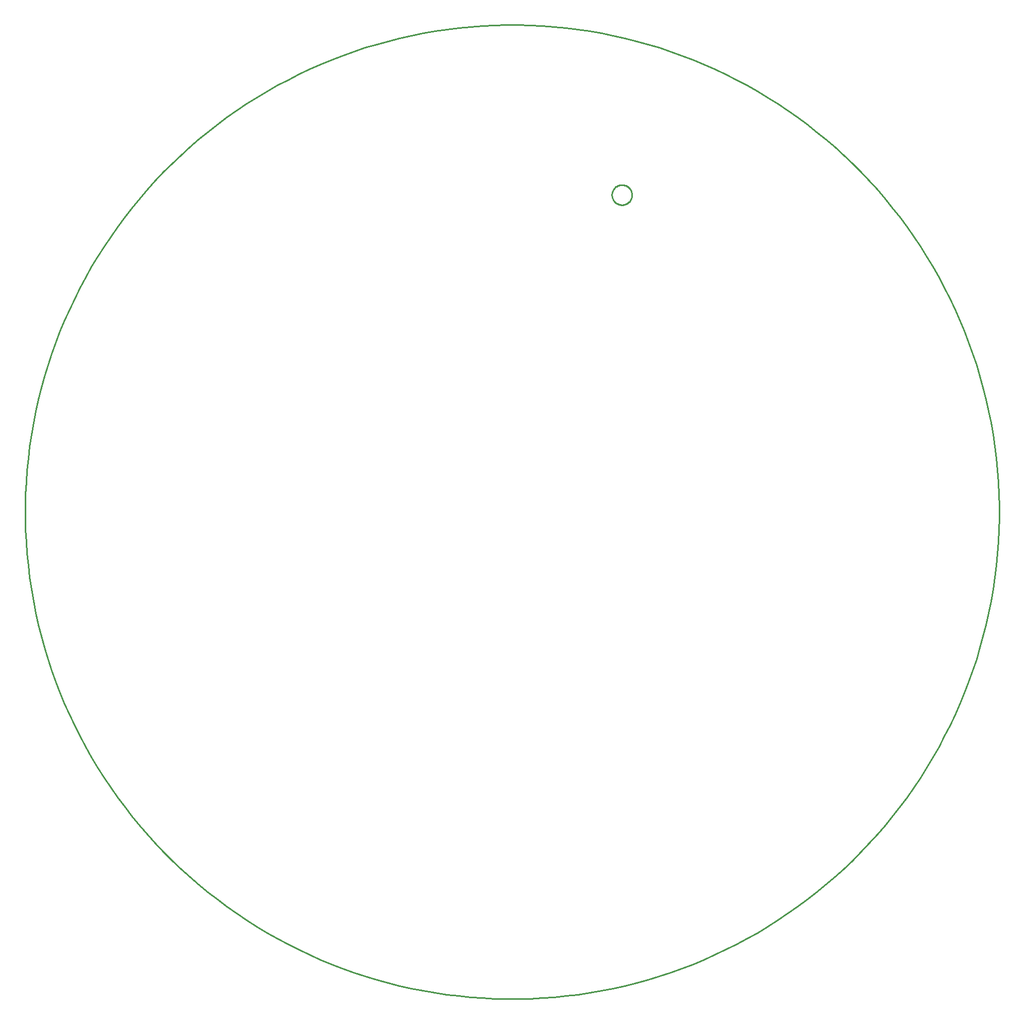
<source format=gbr>
G04 EAGLE Gerber RS-274X export*
G75*
%MOMM*%
%FSLAX34Y34*%
%LPD*%
%IN*%
%IPPOS*%
%AMOC8*
5,1,8,0,0,1.08239X$1,22.5*%
G01*
%ADD10C,0.254000*%


D10*
X1600000Y790182D02*
X1600000Y809818D01*
X1599518Y829448D01*
X1598555Y849060D01*
X1597110Y868643D01*
X1595185Y888184D01*
X1592782Y907673D01*
X1589901Y927096D01*
X1586544Y946443D01*
X1582713Y965702D01*
X1578411Y984860D01*
X1573639Y1003908D01*
X1568402Y1022833D01*
X1562702Y1041623D01*
X1556543Y1060268D01*
X1549928Y1078756D01*
X1542861Y1097076D01*
X1535346Y1115217D01*
X1527389Y1133169D01*
X1518994Y1150919D01*
X1510165Y1168459D01*
X1500909Y1185776D01*
X1491230Y1202861D01*
X1481135Y1219703D01*
X1470630Y1236293D01*
X1459721Y1252620D01*
X1448415Y1268674D01*
X1436717Y1284445D01*
X1424637Y1299925D01*
X1412180Y1315104D01*
X1399354Y1329973D01*
X1386168Y1344522D01*
X1372628Y1358743D01*
X1358743Y1372628D01*
X1344522Y1386168D01*
X1329973Y1399354D01*
X1315104Y1412180D01*
X1299925Y1424637D01*
X1284445Y1436717D01*
X1268674Y1448415D01*
X1252620Y1459721D01*
X1236293Y1470630D01*
X1219703Y1481135D01*
X1202861Y1491230D01*
X1185776Y1500909D01*
X1168459Y1510165D01*
X1150919Y1518994D01*
X1133169Y1527389D01*
X1115217Y1535346D01*
X1097076Y1542861D01*
X1078756Y1549928D01*
X1060268Y1556543D01*
X1041623Y1562702D01*
X1022833Y1568402D01*
X1003908Y1573639D01*
X984860Y1578411D01*
X965702Y1582713D01*
X946443Y1586544D01*
X927096Y1589901D01*
X907673Y1592782D01*
X888184Y1595185D01*
X868643Y1597110D01*
X849060Y1598555D01*
X829448Y1599518D01*
X809818Y1600000D01*
X790182Y1600000D01*
X770552Y1599518D01*
X750940Y1598555D01*
X731357Y1597110D01*
X711816Y1595185D01*
X692327Y1592782D01*
X672904Y1589901D01*
X653557Y1586544D01*
X634298Y1582713D01*
X615140Y1578411D01*
X596092Y1573639D01*
X577167Y1568402D01*
X558377Y1562702D01*
X539732Y1556543D01*
X521244Y1549928D01*
X502924Y1542861D01*
X484783Y1535346D01*
X466831Y1527389D01*
X449081Y1518994D01*
X431541Y1510165D01*
X414224Y1500909D01*
X397139Y1491230D01*
X380297Y1481135D01*
X363707Y1470630D01*
X347380Y1459721D01*
X331326Y1448415D01*
X315555Y1436717D01*
X300075Y1424637D01*
X284896Y1412180D01*
X270027Y1399354D01*
X255478Y1386168D01*
X241257Y1372628D01*
X227372Y1358743D01*
X213832Y1344522D01*
X200646Y1329973D01*
X187820Y1315104D01*
X175363Y1299925D01*
X163283Y1284445D01*
X151585Y1268674D01*
X140279Y1252620D01*
X129370Y1236293D01*
X118865Y1219703D01*
X108770Y1202861D01*
X99091Y1185776D01*
X89835Y1168459D01*
X81006Y1150919D01*
X72611Y1133169D01*
X64654Y1115217D01*
X57139Y1097076D01*
X50072Y1078756D01*
X43457Y1060268D01*
X37298Y1041623D01*
X31598Y1022833D01*
X26361Y1003908D01*
X21589Y984860D01*
X17287Y965702D01*
X13456Y946443D01*
X10099Y927096D01*
X7218Y907673D01*
X4815Y888184D01*
X2890Y868643D01*
X1445Y849060D01*
X482Y829448D01*
X0Y809818D01*
X0Y790182D01*
X482Y770552D01*
X1445Y750940D01*
X2890Y731357D01*
X4815Y711816D01*
X7218Y692327D01*
X10099Y672904D01*
X13456Y653557D01*
X17287Y634298D01*
X21589Y615140D01*
X26361Y596092D01*
X31598Y577167D01*
X37298Y558377D01*
X43457Y539732D01*
X50072Y521244D01*
X57139Y502924D01*
X64654Y484783D01*
X72611Y466831D01*
X81006Y449081D01*
X89835Y431541D01*
X99091Y414224D01*
X108770Y397139D01*
X118865Y380297D01*
X129370Y363707D01*
X140279Y347380D01*
X151585Y331326D01*
X163283Y315555D01*
X175363Y300075D01*
X187820Y284896D01*
X200646Y270027D01*
X213832Y255478D01*
X227372Y241257D01*
X241257Y227372D01*
X255478Y213832D01*
X270027Y200646D01*
X284896Y187820D01*
X300075Y175363D01*
X315555Y163283D01*
X331326Y151585D01*
X347380Y140279D01*
X363707Y129370D01*
X380297Y118865D01*
X397139Y108770D01*
X414224Y99091D01*
X431541Y89835D01*
X449081Y81006D01*
X466831Y72611D01*
X484783Y64654D01*
X502924Y57139D01*
X521244Y50072D01*
X539732Y43457D01*
X558377Y37298D01*
X577167Y31598D01*
X596092Y26361D01*
X615140Y21589D01*
X634298Y17287D01*
X653557Y13456D01*
X672904Y10099D01*
X692327Y7218D01*
X711816Y4815D01*
X731357Y2890D01*
X750940Y1445D01*
X770552Y482D01*
X790182Y0D01*
X809818Y0D01*
X829448Y482D01*
X849060Y1445D01*
X868643Y2890D01*
X888184Y4815D01*
X907673Y7218D01*
X927096Y10099D01*
X946443Y13456D01*
X965702Y17287D01*
X984860Y21589D01*
X1003908Y26361D01*
X1022833Y31598D01*
X1041623Y37298D01*
X1060268Y43457D01*
X1078756Y50072D01*
X1097076Y57139D01*
X1115217Y64654D01*
X1133169Y72611D01*
X1150919Y81006D01*
X1168459Y89835D01*
X1185776Y99091D01*
X1202861Y108770D01*
X1219703Y118865D01*
X1236293Y129370D01*
X1252620Y140279D01*
X1268674Y151585D01*
X1284445Y163283D01*
X1299925Y175363D01*
X1315104Y187820D01*
X1329973Y200646D01*
X1344522Y213832D01*
X1358743Y227372D01*
X1372628Y241257D01*
X1386168Y255478D01*
X1399354Y270027D01*
X1412180Y284896D01*
X1424637Y300075D01*
X1436717Y315555D01*
X1448415Y331326D01*
X1459721Y347380D01*
X1470630Y363707D01*
X1481135Y380297D01*
X1491230Y397139D01*
X1500909Y414224D01*
X1510165Y431541D01*
X1518994Y449081D01*
X1527389Y466831D01*
X1535346Y484783D01*
X1542861Y502924D01*
X1549928Y521244D01*
X1556543Y539732D01*
X1562702Y558377D01*
X1568402Y577167D01*
X1573639Y596092D01*
X1578411Y615140D01*
X1582713Y634298D01*
X1586544Y653557D01*
X1589901Y672904D01*
X1592782Y692327D01*
X1595185Y711816D01*
X1597110Y731357D01*
X1598555Y750940D01*
X1599518Y770552D01*
X1600000Y790182D01*
X980980Y1337310D02*
X982059Y1337239D01*
X983131Y1337098D01*
X984191Y1336887D01*
X985235Y1336608D01*
X986259Y1336260D01*
X987257Y1335846D01*
X988227Y1335368D01*
X989163Y1334828D01*
X990062Y1334227D01*
X990919Y1333569D01*
X991732Y1332857D01*
X992497Y1332092D01*
X993209Y1331279D01*
X993867Y1330422D01*
X994468Y1329523D01*
X995008Y1328587D01*
X995486Y1327617D01*
X995900Y1326619D01*
X996248Y1325595D01*
X996527Y1324551D01*
X996738Y1323491D01*
X996879Y1322419D01*
X996950Y1321340D01*
X996950Y1320260D01*
X996879Y1319181D01*
X996738Y1318109D01*
X996527Y1317049D01*
X996248Y1316005D01*
X995900Y1314981D01*
X995486Y1313983D01*
X995008Y1313013D01*
X994468Y1312077D01*
X993867Y1311178D01*
X993209Y1310321D01*
X992497Y1309508D01*
X991732Y1308744D01*
X990919Y1308031D01*
X990062Y1307373D01*
X989163Y1306772D01*
X988227Y1306232D01*
X987257Y1305754D01*
X986259Y1305340D01*
X985235Y1304992D01*
X984191Y1304713D01*
X983131Y1304502D01*
X982059Y1304361D01*
X980980Y1304290D01*
X979900Y1304290D01*
X978821Y1304361D01*
X977749Y1304502D01*
X976689Y1304713D01*
X975645Y1304992D01*
X974621Y1305340D01*
X973623Y1305754D01*
X972653Y1306232D01*
X971717Y1306772D01*
X970818Y1307373D01*
X969961Y1308031D01*
X969148Y1308744D01*
X968384Y1309508D01*
X967671Y1310321D01*
X967013Y1311178D01*
X966412Y1312077D01*
X965872Y1313013D01*
X965394Y1313983D01*
X964980Y1314981D01*
X964632Y1316005D01*
X964353Y1317049D01*
X964142Y1318109D01*
X964001Y1319181D01*
X963930Y1320260D01*
X963930Y1321340D01*
X964001Y1322419D01*
X964142Y1323491D01*
X964353Y1324551D01*
X964632Y1325595D01*
X964980Y1326619D01*
X965394Y1327617D01*
X965872Y1328587D01*
X966412Y1329523D01*
X967013Y1330422D01*
X967671Y1331279D01*
X968384Y1332092D01*
X969148Y1332857D01*
X969961Y1333569D01*
X970818Y1334227D01*
X971717Y1334828D01*
X972653Y1335368D01*
X973623Y1335846D01*
X974621Y1336260D01*
X975645Y1336608D01*
X976689Y1336887D01*
X977749Y1337098D01*
X978821Y1337239D01*
X979900Y1337310D01*
X980980Y1337310D01*
M02*

</source>
